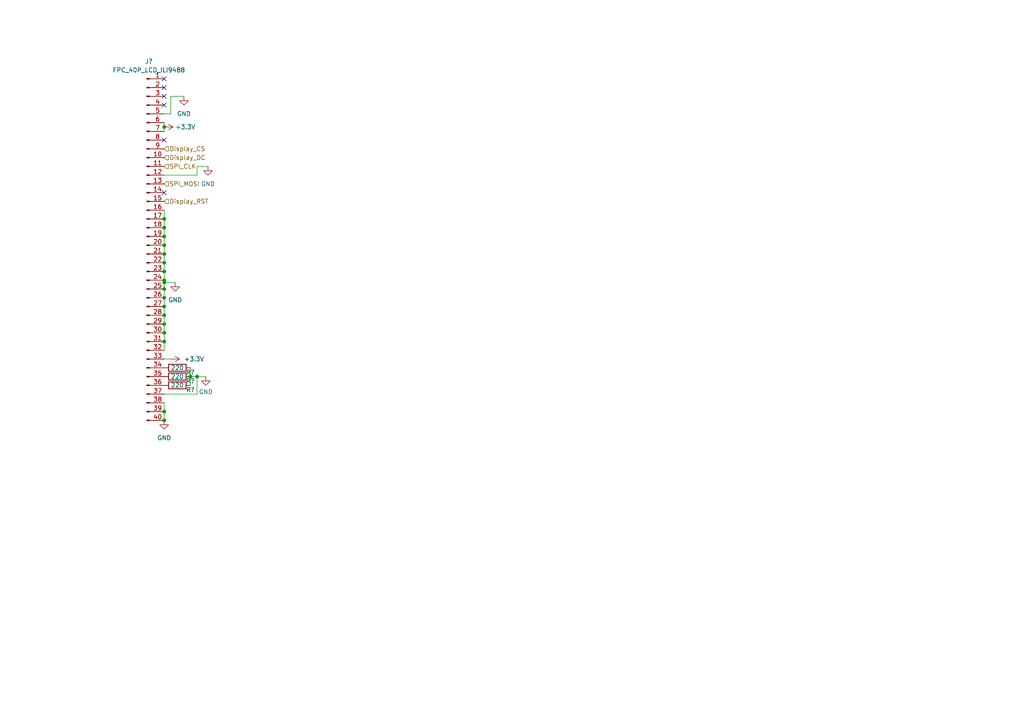
<source format=kicad_sch>
(kicad_sch (version 20211123) (generator eeschema)
  (paper "A4")
  (lib_symbols
    (symbol "Connector:Conn_01x40_Male" (pin_names (offset 1.016) hide)
      (property "Reference" "J" (at 0 50.8 0))
      (property "Value" "Conn_01x40_Male" (at 0 -53.34 0))
      (symbol "Conn_01x40_Male_1_1"
        (polyline (pts (xy 1.27 -50.8) (xy 0.8636 -50.8)) (stroke (width 0.1524)))
        (polyline (pts (xy 1.27 -48.26) (xy 0.8636 -48.26)) (stroke (width 0.1524)))
        (polyline (pts (xy 1.27 -45.72) (xy 0.8636 -45.72)) (stroke (width 0.1524)))
        (polyline (pts (xy 1.27 -43.18) (xy 0.8636 -43.18)) (stroke (width 0.1524)))
        (polyline (pts (xy 1.27 -40.64) (xy 0.8636 -40.64)) (stroke (width 0.1524)))
        (polyline (pts (xy 1.27 -38.1) (xy 0.8636 -38.1)) (stroke (width 0.1524)))
        (polyline (pts (xy 1.27 -35.56) (xy 0.8636 -35.56)) (stroke (width 0.1524)))
        (polyline (pts (xy 1.27 -33.02) (xy 0.8636 -33.02)) (stroke (width 0.1524)))
        (polyline (pts (xy 1.27 -30.48) (xy 0.8636 -30.48)) (stroke (width 0.1524)))
        (polyline (pts (xy 1.27 -27.94) (xy 0.8636 -27.94)) (stroke (width 0.1524)))
        (polyline (pts (xy 1.27 -25.4) (xy 0.8636 -25.4)) (stroke (width 0.1524)))
        (polyline (pts (xy 1.27 -22.86) (xy 0.8636 -22.86)) (stroke (width 0.1524)))
        (polyline (pts (xy 1.27 -20.32) (xy 0.8636 -20.32)) (stroke (width 0.1524)))
        (polyline (pts (xy 1.27 -17.78) (xy 0.8636 -17.78)) (stroke (width 0.1524)))
        (polyline (pts (xy 1.27 -15.24) (xy 0.8636 -15.24)) (stroke (width 0.1524)))
        (polyline (pts (xy 1.27 -12.7) (xy 0.8636 -12.7)) (stroke (width 0.1524)))
        (polyline (pts (xy 1.27 -10.16) (xy 0.8636 -10.16)) (stroke (width 0.1524)))
        (polyline (pts (xy 1.27 -7.62) (xy 0.8636 -7.62)) (stroke (width 0.1524)))
        (polyline (pts (xy 1.27 -5.08) (xy 0.8636 -5.08)) (stroke (width 0.1524)))
        (polyline (pts (xy 1.27 -2.54) (xy 0.8636 -2.54)) (stroke (width 0.1524)))
        (polyline (pts (xy 1.27 0) (xy 0.8636 0)) (stroke (width 0.1524)))
        (polyline (pts (xy 1.27 2.54) (xy 0.8636 2.54)) (stroke (width 0.1524)))
        (polyline (pts (xy 1.27 5.08) (xy 0.8636 5.08)) (stroke (width 0.1524)))
        (polyline (pts (xy 1.27 7.62) (xy 0.8636 7.62)) (stroke (width 0.1524)))
        (polyline (pts (xy 1.27 10.16) (xy 0.8636 10.16)) (stroke (width 0.1524)))
        (polyline (pts (xy 1.27 12.7) (xy 0.8636 12.7)) (stroke (width 0.1524)))
        (polyline (pts (xy 1.27 15.24) (xy 0.8636 15.24)) (stroke (width 0.1524)))
        (polyline (pts (xy 1.27 17.78) (xy 0.8636 17.78)) (stroke (width 0.1524)))
        (polyline (pts (xy 1.27 20.32) (xy 0.8636 20.32)) (stroke (width 0.1524)))
        (polyline (pts (xy 1.27 22.86) (xy 0.8636 22.86)) (stroke (width 0.1524)))
        (polyline (pts (xy 1.27 25.4) (xy 0.8636 25.4)) (stroke (width 0.1524)))
        (polyline (pts (xy 1.27 27.94) (xy 0.8636 27.94)) (stroke (width 0.1524)))
        (polyline (pts (xy 1.27 30.48) (xy 0.8636 30.48)) (stroke (width 0.1524)))
        (polyline (pts (xy 1.27 33.02) (xy 0.8636 33.02)) (stroke (width 0.1524)))
        (polyline (pts (xy 1.27 35.56) (xy 0.8636 35.56)) (stroke (width 0.1524)))
        (polyline (pts (xy 1.27 38.1) (xy 0.8636 38.1)) (stroke (width 0.1524)))
        (polyline (pts (xy 1.27 40.64) (xy 0.8636 40.64)) (stroke (width 0.1524)))
        (polyline (pts (xy 1.27 43.18) (xy 0.8636 43.18)) (stroke (width 0.1524)))
        (polyline (pts (xy 1.27 45.72) (xy 0.8636 45.72)) (stroke (width 0.1524)))
        (polyline (pts (xy 1.27 48.26) (xy 0.8636 48.26)) (stroke (width 0.1524)))
        (rectangle (start 0.8636 -50.673) (end 0 -50.927) (stroke (width 0.1524)) (fill (type outline)))
        (rectangle (start 0.8636 -48.133) (end 0 -48.387) (stroke (width 0.1524)) (fill (type outline)))
        (rectangle (start 0.8636 -45.593) (end 0 -45.847) (stroke (width 0.1524)) (fill (type outline)))
        (rectangle (start 0.8636 -43.053) (end 0 -43.307) (stroke (width 0.1524)) (fill (type outline)))
        (rectangle (start 0.8636 -40.513) (end 0 -40.767) (stroke (width 0.1524)) (fill (type outline)))
        (rectangle (start 0.8636 -37.973) (end 0 -38.227) (stroke (width 0.1524)) (fill (type outline)))
        (rectangle (start 0.8636 -35.433) (end 0 -35.687) (stroke (width 0.1524)) (fill (type outline)))
        (rectangle (start 0.8636 -32.893) (end 0 -33.147) (stroke (width 0.1524)) (fill (type outline)))
        (rectangle (start 0.8636 -30.353) (end 0 -30.607) (stroke (width 0.1524)) (fill (type outline)))
        (rectangle (start 0.8636 -27.813) (end 0 -28.067) (stroke (width 0.1524)) (fill (type outline)))
        (rectangle (start 0.8636 -25.273) (end 0 -25.527) (stroke (width 0.1524)) (fill (type outline)))
        (rectangle (start 0.8636 -22.733) (end 0 -22.987) (stroke (width 0.1524)) (fill (type outline)))
        (rectangle (start 0.8636 -20.193) (end 0 -20.447) (stroke (width 0.1524)) (fill (type outline)))
        (rectangle (start 0.8636 -17.653) (end 0 -17.907) (stroke (width 0.1524)) (fill (type outline)))
        (rectangle (start 0.8636 -15.113) (end 0 -15.367) (stroke (width 0.1524)) (fill (type outline)))
        (rectangle (start 0.8636 -12.573) (end 0 -12.827) (stroke (width 0.1524)) (fill (type outline)))
        (rectangle (start 0.8636 -10.033) (end 0 -10.287) (stroke (width 0.1524)) (fill (type outline)))
        (rectangle (start 0.8636 -7.493) (end 0 -7.747) (stroke (width 0.1524)) (fill (type outline)))
        (rectangle (start 0.8636 -4.953) (end 0 -5.207) (stroke (width 0.1524)) (fill (type outline)))
        (rectangle (start 0.8636 -2.413) (end 0 -2.667) (stroke (width 0.1524)) (fill (type outline)))
        (rectangle (start 0.8636 0.127) (end 0 -0.127) (stroke (width 0.1524)) (fill (type outline)))
        (rectangle (start 0.8636 2.667) (end 0 2.413) (stroke (width 0.1524)) (fill (type outline)))
        (rectangle (start 0.8636 5.207) (end 0 4.953) (stroke (width 0.1524)) (fill (type outline)))
        (rectangle (start 0.8636 7.747) (end 0 7.493) (stroke (width 0.1524)) (fill (type outline)))
        (rectangle (start 0.8636 10.287) (end 0 10.033) (stroke (width 0.1524)) (fill (type outline)))
        (rectangle (start 0.8636 12.827) (end 0 12.573) (stroke (width 0.1524)) (fill (type outline)))
        (rectangle (start 0.8636 15.367) (end 0 15.113) (stroke (width 0.1524)) (fill (type outline)))
        (rectangle (start 0.8636 17.907) (end 0 17.653) (stroke (width 0.1524)) (fill (type outline)))
        (rectangle (start 0.8636 20.447) (end 0 20.193) (stroke (width 0.1524)) (fill (type outline)))
        (rectangle (start 0.8636 22.987) (end 0 22.733) (stroke (width 0.1524)) (fill (type outline)))
        (rectangle (start 0.8636 25.527) (end 0 25.273) (stroke (width 0.1524)) (fill (type outline)))
        (rectangle (start 0.8636 28.067) (end 0 27.813) (stroke (width 0.1524)) (fill (type outline)))
        (rectangle (start 0.8636 30.607) (end 0 30.353) (stroke (width 0.1524)) (fill (type outline)))
        (rectangle (start 0.8636 33.147) (end 0 32.893) (stroke (width 0.1524)) (fill (type outline)))
        (rectangle (start 0.8636 35.687) (end 0 35.433) (stroke (width 0.1524)) (fill (type outline)))
        (rectangle (start 0.8636 38.227) (end 0 37.973) (stroke (width 0.1524)) (fill (type outline)))
        (rectangle (start 0.8636 40.767) (end 0 40.513) (stroke (width 0.1524)) (fill (type outline)))
        (rectangle (start 0.8636 43.307) (end 0 43.053) (stroke (width 0.1524)) (fill (type outline)))
        (rectangle (start 0.8636 45.847) (end 0 45.593) (stroke (width 0.1524)) (fill (type outline)))
        (rectangle (start 0.8636 48.387) (end 0 48.133) (stroke (width 0.1524)) (fill (type outline)))
        (pin passive line (at 5.08 48.26 180) (length 3.81) (name "Pin_1") (number "1"))
        (pin passive line (at 5.08 25.4 180) (length 3.81) (name "Pin_10") (number "10"))
        (pin passive line (at 5.08 22.86 180) (length 3.81) (name "Pin_11") (number "11"))
        (pin passive line (at 5.08 20.32 180) (length 3.81) (name "Pin_12") (number "12"))
        (pin passive line (at 5.08 17.78 180) (length 3.81) (name "Pin_13") (number "13"))
        (pin passive line (at 5.08 15.24 180) (length 3.81) (name "Pin_14") (number "14"))
        (pin passive line (at 5.08 12.7 180) (length 3.81) (name "Pin_15") (number "15"))
        (pin passive line (at 5.08 10.16 180) (length 3.81) (name "Pin_16") (number "16"))
        (pin passive line (at 5.08 7.62 180) (length 3.81) (name "Pin_17") (number "17"))
        (pin passive line (at 5.08 5.08 180) (length 3.81) (name "Pin_18") (number "18"))
        (pin passive line (at 5.08 2.54 180) (length 3.81) (name "Pin_19") (number "19"))
        (pin passive line (at 5.08 45.72 180) (length 3.81) (name "Pin_2") (number "2"))
        (pin passive line (at 5.08 0 180) (length 3.81) (name "Pin_20") (number "20"))
        (pin passive line (at 5.08 -2.54 180) (length 3.81) (name "Pin_21") (number "21"))
        (pin passive line (at 5.08 -5.08 180) (length 3.81) (name "Pin_22") (number "22"))
        (pin passive line (at 5.08 -7.62 180) (length 3.81) (name "Pin_23") (number "23"))
        (pin passive line (at 5.08 -10.16 180) (length 3.81) (name "Pin_24") (number "24"))
        (pin passive line (at 5.08 -12.7 180) (length 3.81) (name "Pin_25") (number "25"))
        (pin passive line (at 5.08 -15.24 180) (length 3.81) (name "Pin_26") (number "26"))
        (pin passive line (at 5.08 -17.78 180) (length 3.81) (name "Pin_27") (number "27"))
        (pin passive line (at 5.08 -20.32 180) (length 3.81) (name "Pin_28") (number "28"))
        (pin passive line (at 5.08 -22.86 180) (length 3.81) (name "Pin_29") (number "29"))
        (pin passive line (at 5.08 43.18 180) (length 3.81) (name "Pin_3") (number "3"))
        (pin passive line (at 5.08 -25.4 180) (length 3.81) (name "Pin_30") (number "30"))
        (pin passive line (at 5.08 -27.94 180) (length 3.81) (name "Pin_31") (number "31"))
        (pin passive line (at 5.08 -30.48 180) (length 3.81) (name "Pin_32") (number "32"))
        (pin passive line (at 5.08 -33.02 180) (length 3.81) (name "Pin_33") (number "33"))
        (pin passive line (at 5.08 -35.56 180) (length 3.81) (name "Pin_34") (number "34"))
        (pin passive line (at 5.08 -38.1 180) (length 3.81) (name "Pin_35") (number "35"))
        (pin passive line (at 5.08 -40.64 180) (length 3.81) (name "Pin_36") (number "36"))
        (pin passive line (at 5.08 -43.18 180) (length 3.81) (name "Pin_37") (number "37"))
        (pin passive line (at 5.08 -45.72 180) (length 3.81) (name "Pin_38") (number "38"))
        (pin passive line (at 5.08 -48.26 180) (length 3.81) (name "Pin_39") (number "39"))
        (pin passive line (at 5.08 40.64 180) (length 3.81) (name "Pin_4") (number "4"))
        (pin passive line (at 5.08 -50.8 180) (length 3.81) (name "Pin_40") (number "40"))
        (pin passive line (at 5.08 38.1 180) (length 3.81) (name "Pin_5") (number "5"))
        (pin passive line (at 5.08 35.56 180) (length 3.81) (name "Pin_6") (number "6"))
        (pin passive line (at 5.08 33.02 180) (length 3.81) (name "Pin_7") (number "7"))
        (pin passive line (at 5.08 30.48 180) (length 3.81) (name "Pin_8") (number "8"))
        (pin passive line (at 5.08 27.94 180) (length 3.81) (name "Pin_9") (number "9"))
      )
    )
    (symbol "Device:R" (pin_numbers hide) (pin_names (offset 0))
      (property "Reference" "R" (at 2.032 0 90))
      (property "Value" "R" (at 0 0 90))
      (symbol "R_0_1"
        (rectangle (start -1.016 -2.54) (end 1.016 2.54) (stroke (width 0.254)))
      )
      (symbol "R_1_1"
        (pin passive line (at 0 3.81 270) (length 1.27) (name "~") (number "1"))
        (pin passive line (at 0 -3.81 90) (length 1.27) (name "~") (number "2"))
      )
    )
    (symbol "power:+3.3V" (power) (pin_names (offset 0))
      (property "Value" "+3.3V" (at 0 3.556 0))
      (symbol "+3.3V_0_1"
        (polyline (pts (xy -0.762 1.27) (xy 0 2.54)))
        (polyline (pts (xy 0 0) (xy 0 2.54)))
        (polyline (pts (xy 0 2.54) (xy 0.762 1.27)))
      )
      (symbol "+3.3V_1_1"
        (pin power_in line (at 0 0 90) (length 0) hide (name "+3.3V") (number "1"))
      )
    )
    (symbol "power:GND" (power) (pin_names (offset 0))
      (property "Value" "GND" (at 0 -3.81 0))
      (symbol "GND_0_1"
        (polyline (pts (xy 0 0) (xy 0 -1.27) (xy 1.27 -1.27) (xy 0 -2.54) (xy -1.27 -1.27) (xy 0 -1.27)))
      )
      (symbol "GND_1_1"
        (pin power_in line (at 0 0 270) (length 0) hide (name "GND") (number "1"))
      )
    )
  )
  (junction (at 47.625 68.58))
  (junction (at 47.625 36.83))
  (junction (at 57.15 109.22))
  (junction (at 47.625 88.9))
  (junction (at 47.625 86.36))
  (junction (at 47.625 63.5))
  (junction (at 47.625 93.98))
  (junction (at 47.625 119.38))
  (junction (at 47.625 76.2))
  (junction (at 47.625 78.74))
  (junction (at 47.625 99.06))
  (junction (at 47.625 96.52))
  (junction (at 47.625 81.915))
  (junction (at 47.625 91.44))
  (junction (at 47.625 71.12))
  (junction (at 47.625 121.92))
  (junction (at 47.625 81.28))
  (junction (at 55.245 109.22))
  (junction (at 47.625 83.82))
  (junction (at 47.625 66.04))
  (junction (at 47.625 73.66))
  (no_connect (at 47.625 55.88))
  (no_connect (at 47.625 40.64))
  (no_connect (at 47.625 25.4))
  (no_connect (at 47.625 27.94))
  (no_connect (at 47.625 22.86))
  (no_connect (at 47.625 30.48))
  (wire (pts (xy 47.625 78.74) (xy 47.625 81.28)))
  (wire (pts (xy 47.625 33.02) (xy 49.53 33.02)))
  (wire (pts (xy 49.53 33.02) (xy 49.53 27.94)))
  (wire (pts (xy 47.625 96.52) (xy 47.625 99.06)))
  (wire (pts (xy 57.15 114.3) (xy 57.15 109.22)))
  (wire (pts (xy 47.625 119.38) (xy 47.625 121.92)))
  (wire (pts (xy 57.15 48.26) (xy 60.325 48.26)))
  (wire (pts (xy 47.625 86.36) (xy 47.625 88.9)))
  (wire (pts (xy 47.625 50.8) (xy 57.15 50.8)))
  (wire (pts (xy 49.53 27.94) (xy 53.34 27.94)))
  (wire (pts (xy 47.625 99.06) (xy 47.625 101.6)))
  (wire (pts (xy 47.625 104.14) (xy 49.53 104.14)))
  (wire (pts (xy 47.625 60.96) (xy 47.625 63.5)))
  (wire (pts (xy 47.625 91.44) (xy 47.625 93.98)))
  (wire (pts (xy 47.625 68.58) (xy 47.625 71.12)))
  (wire (pts (xy 47.625 81.915) (xy 47.625 83.82)))
  (wire (pts (xy 47.625 88.9) (xy 47.625 91.44)))
  (wire (pts (xy 47.625 35.56) (xy 47.625 36.83)))
  (wire (pts (xy 47.625 36.83) (xy 47.625 38.1)))
  (wire (pts (xy 47.625 116.84) (xy 47.625 119.38)))
  (wire (pts (xy 50.8 81.915) (xy 47.625 81.915)))
  (wire (pts (xy 55.245 109.22) (xy 57.15 109.22)))
  (wire (pts (xy 47.625 63.5) (xy 47.625 66.04)))
  (wire (pts (xy 55.245 109.22) (xy 55.245 111.76)))
  (wire (pts (xy 57.15 109.22) (xy 59.69 109.22)))
  (wire (pts (xy 47.625 73.66) (xy 47.625 76.2)))
  (wire (pts (xy 47.625 93.98) (xy 47.625 96.52)))
  (wire (pts (xy 57.15 48.26) (xy 57.15 50.8)))
  (wire (pts (xy 47.625 76.2) (xy 47.625 78.74)))
  (wire (pts (xy 47.625 66.04) (xy 47.625 68.58)))
  (wire (pts (xy 47.625 81.28) (xy 47.625 81.915)))
  (wire (pts (xy 47.625 71.12) (xy 47.625 73.66)))
  (wire (pts (xy 55.245 106.68) (xy 55.245 109.22)))
  (wire (pts (xy 47.625 114.3) (xy 57.15 114.3)))
  (wire (pts (xy 47.625 83.82) (xy 47.625 86.36)))
  (hierarchical_label "SPI_MOSI" (shape input) (at 47.625 53.34 0))
  (hierarchical_label "SPI_CLK" (shape input) (at 47.625 48.26 0))
  (hierarchical_label "Display_RST" (shape input) (at 47.625 58.42 0))
  (hierarchical_label "Display_DC" (shape input) (at 47.625 45.72 0))
  (hierarchical_label "Display_CS" (shape input) (at 47.625 43.18 0))
  (symbol (lib_id "power:GND") (at 59.69 109.22 0) (unit 1)
    (property "Reference" "#PWR?" (effects hide))
    (property "Value" "GND" (at 59.69 113.665 0))
  )
  (symbol (lib_id "power:GND") (at 60.325 48.26 0) (unit 1)
    (property "Reference" "#PWR?" (effects hide))
    (property "Value" "GND" (at 60.325 53.34 0))
  )
  (symbol (lib_id "power:+3.3V") (at 49.53 104.14 270) (unit 1)
    (property "Reference" "#PWR?" (effects hide))
    (property "Value" "+3.3V" (at 53.34 104.1399 90) (effects (justify left)))
  )
  (symbol (lib_id "Connector:Conn_01x40_Male") (at 42.545 71.12 0) (unit 1)
    (property "Reference" "J?" (at 43.18 17.78 0))
    (property "Value" "FPC_40P_LCD_ILI9488" (at 43.18 20.32 0))
  )
  (symbol (lib_id "power:GND") (at 47.625 121.92 0) (unit 1)
    (property "Reference" "#PWR?" (effects hide))
    (property "Value" "GND" (at 47.625 127 0))
  )
  (symbol (lib_id "power:GND") (at 53.34 27.94 0) (unit 1)
    (property "Reference" "#PWR?" (effects hide))
    (property "Value" "GND" (at 53.34 33.02 0))
  )
  (symbol (lib_id "power:+3.3V") (at 47.625 36.83 270) (unit 1)
    (property "Reference" "#PWR?" (effects hide))
    (property "Value" "+3.3V" (at 50.8 36.8299 90) (effects (justify left)))
  )
  (symbol (lib_id "power:GND") (at 50.8 81.915 0) (unit 1)
    (property "Reference" "#PWR?" (effects hide))
    (property "Value" "GND" (at 50.8 86.995 0))
  )
  (symbol (lib_id "Device:R") (at 51.435 111.76 90) (unit 1)
    (property "Reference" "R?" (at 55.245 113.03 90))
    (property "Value" "220" (at 51.435 111.76 90))
  )
  (symbol (lib_id "Device:R") (at 51.435 106.68 90) (unit 1)
    (property "Reference" "R?" (at 55.245 107.95 90))
    (property "Value" "220" (at 51.435 106.68 90))
  )
  (symbol (lib_id "Device:R") (at 51.435 109.22 90) (unit 1)
    (property "Reference" "R?" (at 55.245 110.49 90))
    (property "Value" "220" (at 51.435 109.22 90))
  )
)
</source>
